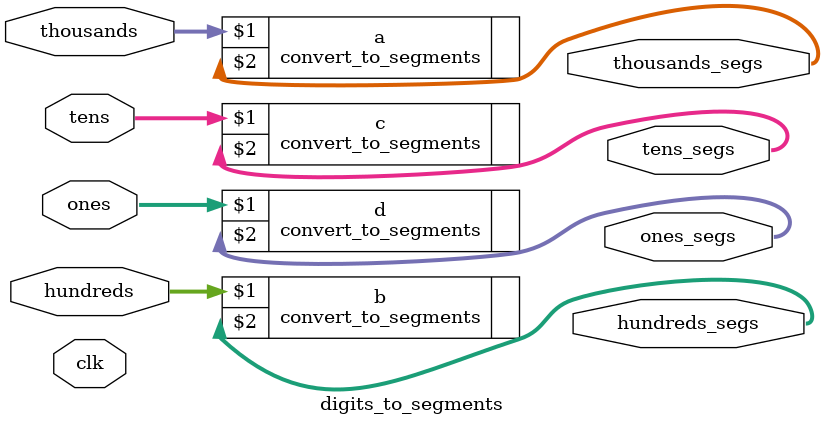
<source format=v>

module digits_to_segments(
								clk,
								thousands,
								hundreds,
								tens,
								ones,
								thousands_segs,
								hundreds_segs,
								tens_segs,
								ones_segs
    );
	/////////////////////////////////////////////////////////////////////////////////
	//Inputs/Outputs
	/////////////////////////////////////////////////////////////////////////////////
	input clk;
   input [3:0] thousands;
   input [3:0] hundreds;
   input [3:0] tens;
   input [3:0] ones;
   output [7:0] thousands_segs;
   output [7:0] hundreds_segs;
   output [7:0] tens_segs;
   output [7:0] ones_segs;
	
	/////////////////////////////////////////////////////////////////////////////////
	//Wire/Reg Declarations
	/////////////////////////////////////////////////////////////////////////////////
	
	/////////////////////////////////////////////////////////////////////////////////
	//Constants
	/////////////////////////////////////////////////////////////////////////////////
	
	/////////////////////////////////////////////////////////////////////////////////
	//Sequential Logic
	/////////////////////////////////////////////////////////////////////////////////
	
	/////////////////////////////////////////////////////////////////////////////////
	//Module Instantiations
	/////////////////////////////////////////////////////////////////////////////////
	convert_to_segments a(thousands, thousands_segs);
	convert_to_segments b(hundreds, hundreds_segs);
	convert_to_segments c(tens, tens_segs);
	convert_to_segments d(ones, ones_segs);
endmodule

</source>
